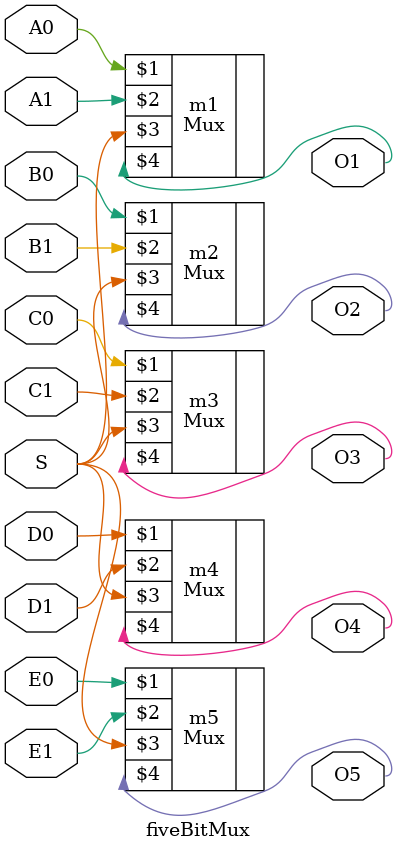
<source format=v>
module fiveBitMux(A0, A1, B0, B1, C0, C1, D0, D1, E0, E1, S, O1, O2, O3, O4, O5);

	input A0, A1, B0, B1, C0, C1, D0, D1, E0, E1, S;
	output O1, O2, O3, O4, O5;

	Mux m1(A0, A1, S, O1);
	Mux m2(B0, B1, S, O2);
	Mux m3(C0, C1, S, O3);
	Mux m4(D0, D1, S, O4);
	Mux m5(E0, E1, S, O5);



endmodule

</source>
